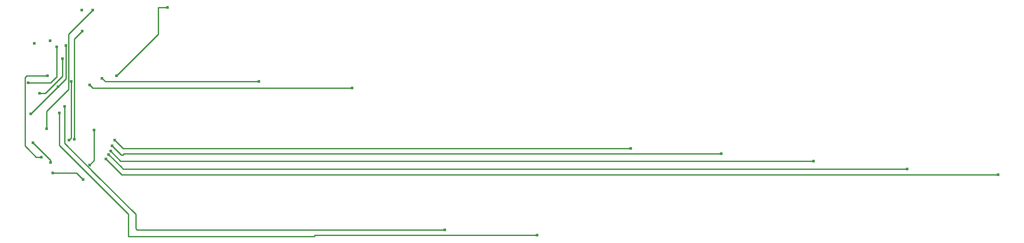
<source format=gbl>
G04 Layer: BottomLayer*
G04 EasyEDA v6.4.32, 2022-03-07 19:42:49*
G04 6d175750cd924158a65b80fb6ee35e85,2ace594c3a204291bb7abb2ca186b691,10*
G04 Gerber Generator version 0.2*
G04 Scale: 100 percent, Rotated: No, Reflected: No *
G04 Dimensions in millimeters *
G04 leading zeros omitted , absolute positions ,4 integer and 5 decimal *
%FSLAX45Y45*%
%MOMM*%

%ADD10C,0.2540*%
%ADD11C,0.6096*%

%LPD*%
D10*
X1384300Y2209800D02*
G01*
X1282700Y2209800D01*
X1117600Y2374900D01*
X1066800Y2425700D01*
X1066800Y3746500D01*
X1104900Y3784600D01*
X1498600Y3784600D01*
X2171700Y4648200D02*
G01*
X2019300Y4495800D01*
X2019300Y4381500D01*
X2019300Y2552700D01*
X2794000Y2540000D02*
G01*
X2959100Y2374900D01*
X12738100Y2374900D01*
X2743200Y2425700D02*
G01*
X2921000Y2247900D01*
X2946400Y2247900D01*
X2971800Y2273300D01*
X14478000Y2273300D01*
X2717800Y2324100D02*
G01*
X2908300Y2133600D01*
X3060700Y2133600D01*
X16256000Y2133600D01*
X2679700Y2260600D02*
G01*
X2921000Y2019300D01*
X2959100Y1981200D01*
X18059400Y1981200D01*
X2628900Y2171700D02*
G01*
X2933700Y1866900D01*
X19812000Y1866900D01*
X2832100Y3784600D02*
G01*
X3632200Y4584700D01*
X3632200Y5105400D01*
X3810000Y5105400D01*
X2552700Y3733800D02*
G01*
X2616200Y3670300D01*
X3238500Y3670300D01*
X5575300Y3670300D01*
X2311400Y3606800D02*
G01*
X2374900Y3543300D01*
X7366000Y3543300D01*
X1828800Y3187700D02*
G01*
X1828800Y2476500D01*
X2425700Y1879600D01*
X3200400Y1104900D01*
X3200400Y825500D01*
X3225800Y800100D01*
X9156700Y800100D01*
X1727200Y3060700D02*
G01*
X1727200Y2438400D01*
X3060700Y1104900D01*
X3060700Y673100D01*
X6629400Y673100D01*
X6654800Y698500D01*
X10934700Y698500D01*
X2374900Y5054600D02*
G01*
X1905000Y4584700D01*
X1905000Y3517900D01*
X1485900Y3098800D01*
X1485900Y2819400D01*
X1485900Y2755900D01*
X1917700Y2540000D02*
G01*
X1955800Y2578100D01*
X1955800Y3657600D01*
X1955800Y3670300D01*
X2311400Y2057400D02*
G01*
X2400300Y2146300D01*
X2400300Y2730500D01*
X2184400Y1778000D02*
G01*
X2057400Y1905000D01*
X1600200Y1905000D01*
X1130300Y3644900D02*
G01*
X1562100Y3644900D01*
X1663700Y3746500D01*
X1676400Y3759200D01*
X1676400Y4343400D01*
X1219200Y2489200D02*
G01*
X1562100Y2146300D01*
X1562100Y2108200D01*
X1181100Y3048000D02*
G01*
X1701800Y3568700D01*
X1346200Y3441700D02*
G01*
X1460500Y3441700D01*
X1790700Y3771900D01*
X1790700Y4114800D01*
X1701800Y3568700D02*
G01*
X1854200Y3721100D01*
X1854200Y4368800D01*
D11*
G01*
X2374900Y5054600D03*
G01*
X2159000Y5054600D03*
G01*
X1384300Y2209800D03*
G01*
X1498600Y3784600D03*
G01*
X1244600Y4406900D03*
G01*
X2171700Y4648200D03*
G01*
X2019300Y2552700D03*
G01*
X2832100Y3784600D03*
G01*
X3810000Y5105400D03*
G01*
X2794000Y2540000D03*
G01*
X12738100Y2374900D03*
G01*
X2743200Y2425700D03*
G01*
X14478000Y2273300D03*
G01*
X2717800Y2324100D03*
G01*
X16256000Y2133600D03*
G01*
X2679700Y2260600D03*
G01*
X18059400Y1981200D03*
G01*
X2628900Y2171700D03*
G01*
X19812000Y1866900D03*
G01*
X2552700Y3733800D03*
G01*
X5575300Y3670300D03*
G01*
X2311400Y3606800D03*
G01*
X7366000Y3543300D03*
G01*
X1828800Y3187700D03*
G01*
X1917700Y2540000D03*
G01*
X1549400Y4457700D03*
G01*
X1727200Y3060700D03*
G01*
X9156700Y800100D03*
G01*
X10934700Y698500D03*
G01*
X1485900Y2755900D03*
G01*
X1955800Y3670300D03*
G01*
X2311400Y2057400D03*
G01*
X2400300Y2730500D03*
G01*
X2184400Y1778000D03*
G01*
X1600200Y1905000D03*
G01*
X1130300Y3644900D03*
G01*
X1676400Y4343400D03*
G01*
X1219200Y2489200D03*
G01*
X1562100Y2108200D03*
G01*
X1181100Y3048000D03*
G01*
X1701800Y3568700D03*
G01*
X1346200Y3441700D03*
G01*
X1790700Y4114800D03*
G01*
X1854200Y4368800D03*
M02*

</source>
